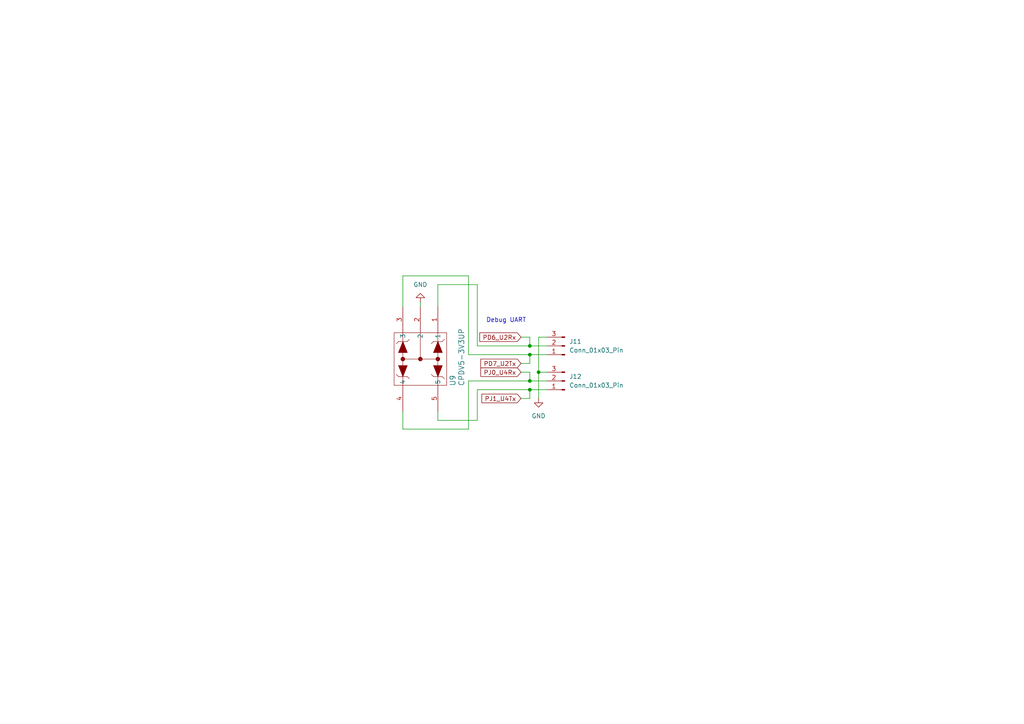
<source format=kicad_sch>
(kicad_sch (version 20250114) (generator "eeschema") (generator_version "9.0")
  (paper "A4")
  (lib_symbols
    (symbol "CPDV5:CPDV5-3V3UP" (pin_names (offset 0.254))
      (property "Reference" "CR" (at 16.51 7.62 0))
      (property "Value" "CPDV5-3V3UP" (at 20.32 5.08 0))
      (symbol "CPDV5-3V3UP_0_1"
        (polyline (pts (xy 7.62 2.54) (xy 7.62 -12.7)) (stroke (width 0.127)))
        (polyline (pts (xy 7.62 0) (xy 22.86 0)) (stroke (width 0.127)))
        (polyline (pts (xy 7.62 -5.08) (xy 15.24 -5.08)) (stroke (width 0.127)))
        (polyline (pts (xy 7.62 -10.16) (xy 22.86 -10.16)) (stroke (width 0.127)))
        (polyline (pts (xy 7.62 -12.7) (xy 22.86 -12.7)) (stroke (width 0.127)))
        (polyline (pts (xy 10.16 1.27) (xy 9.525 1.905)) (stroke (width 0.127)))
        (polyline (pts (xy 10.16 1.27) (xy 10.16 -1.27)) (stroke (width 0.127)))
        (polyline (pts (xy 10.16 0) (xy 13.335 -1.27)) (stroke (width 0.127)))
        (polyline (pts (xy 10.16 0) (xy 13.335 1.27) (xy 13.335 -1.27)) (fill (type outline)))
        (polyline (pts (xy 10.16 -1.27) (xy 10.795 -1.905)) (stroke (width 0.127)))
        (polyline (pts (xy 10.16 -8.89) (xy 9.525 -8.255)) (stroke (width 0.127)))
        (polyline (pts (xy 10.16 -8.89) (xy 10.16 -11.43)) (stroke (width 0.127)))
        (polyline (pts (xy 10.16 -10.16) (xy 13.335 -11.43)) (stroke (width 0.127)))
        (polyline (pts (xy 10.16 -10.16) (xy 13.335 -8.89) (xy 13.335 -11.43)) (fill (type outline)))
        (polyline (pts (xy 10.16 -11.43) (xy 10.795 -12.065)) (stroke (width 0.127)))
        (polyline (pts (xy 13.335 1.27) (xy 10.16 0)) (stroke (width 0.127)))
        (polyline (pts (xy 13.335 1.27) (xy 13.335 -1.27)) (stroke (width 0.127)))
        (polyline (pts (xy 13.335 -8.89) (xy 10.16 -10.16)) (stroke (width 0.127)))
        (polyline (pts (xy 13.335 -8.89) (xy 13.335 -11.43)) (stroke (width 0.127)))
        (polyline (pts (xy 15.24 0) (xy 15.24 -10.16)) (stroke (width 0.127)))
        (circle (center 15.24 0) (radius 0.127) (stroke (width 0.508)))
        (circle (center 15.24 -5.08) (radius 0.127) (stroke (width 0.508)))
        (circle (center 15.24 -10.16) (radius 0.127) (stroke (width 0.508)))
        (polyline (pts (xy 17.145 1.27) (xy 17.145 -1.27)) (stroke (width 0.127)))
        (polyline (pts (xy 17.145 1.27) (xy 20.32 0)) (stroke (width 0.127)))
        (polyline (pts (xy 17.145 -8.89) (xy 17.145 -11.43)) (stroke (width 0.127)))
        (polyline (pts (xy 17.145 -8.89) (xy 20.32 -10.16)) (stroke (width 0.127)))
        (polyline (pts (xy 20.32 1.27) (xy 20.32 -1.27)) (stroke (width 0.127)))
        (polyline (pts (xy 20.32 1.27) (xy 20.955 1.905)) (stroke (width 0.127)))
        (polyline (pts (xy 20.32 0) (xy 17.145 -1.27)) (stroke (width 0.127)))
        (polyline (pts (xy 20.32 0) (xy 17.145 1.27) (xy 17.145 -1.27)) (fill (type outline)))
        (polyline (pts (xy 20.32 -1.27) (xy 19.685 -1.905)) (stroke (width 0.127)))
        (polyline (pts (xy 20.32 -8.89) (xy 20.32 -11.43)) (stroke (width 0.127)))
        (polyline (pts (xy 20.32 -8.89) (xy 20.955 -8.255)) (stroke (width 0.127)))
        (polyline (pts (xy 20.32 -10.16) (xy 17.145 -11.43)) (stroke (width 0.127)))
        (polyline (pts (xy 20.32 -10.16) (xy 17.145 -8.89) (xy 17.145 -11.43)) (fill (type outline)))
        (polyline (pts (xy 20.32 -11.43) (xy 19.685 -12.065)) (stroke (width 0.127)))
        (polyline (pts (xy 22.86 2.54) (xy 7.62 2.54)) (stroke (width 0.127)))
        (polyline (pts (xy 22.86 -12.7) (xy 22.86 2.54)) (stroke (width 0.127)))
        (pin unspecified line (at 0 0 0) (length 7.62) (name "1") (number "1"))
        (pin unspecified line (at 0 -5.08 0) (length 7.62) (name "2") (number "2"))
        (pin unspecified line (at 0 -10.16 0) (length 7.62) (name "3") (number "3"))
        (pin unspecified line (at 30.48 0 180) (length 7.62) (name "5") (number "5"))
        (pin unspecified line (at 30.48 -10.16 180) (length 7.62) (name "4") (number "4"))
      )
    )
    (symbol "Connector:Conn_01x03_Pin" (pin_names (offset 1.016) (hide yes))
      (property "Reference" "J" (at 0 5.08 0))
      (property "Value" "Conn_01x03_Pin" (at 0 -5.08 0))
      (symbol "Conn_01x03_Pin_1_1"
        (rectangle (start 0.8636 2.667) (end 0 2.413) (stroke (width 0.1524)) (fill (type outline)))
        (rectangle (start 0.8636 0.127) (end 0 -0.127) (stroke (width 0.1524)) (fill (type outline)))
        (rectangle (start 0.8636 -2.413) (end 0 -2.667) (stroke (width 0.1524)) (fill (type outline)))
        (polyline (pts (xy 1.27 2.54) (xy 0.8636 2.54)) (stroke (width 0.1524)))
        (polyline (pts (xy 1.27 0) (xy 0.8636 0)) (stroke (width 0.1524)))
        (polyline (pts (xy 1.27 -2.54) (xy 0.8636 -2.54)) (stroke (width 0.1524)))
        (pin passive line (at 5.08 2.54 180) (length 3.81) (name "Pin_1") (number "1"))
        (pin passive line (at 5.08 0 180) (length 3.81) (name "Pin_2") (number "2"))
        (pin passive line (at 5.08 -2.54 180) (length 3.81) (name "Pin_3") (number "3"))
      )
    )
    (symbol "power:GND" (power) (pin_numbers (hide yes)) (pin_names (offset 0) (hide yes))
      (property "Value" "GND" (at 0 -3.81 0))
      (symbol "GND_0_1"
        (polyline (pts (xy 0 0) (xy 0 -1.27) (xy 1.27 -1.27) (xy 0 -2.54) (xy -1.27 -1.27) (xy 0 -1.27)))
      )
      (symbol "GND_1_1"
        (pin power_in line (at 0 0 270) (length 0) (name "~") (number "1"))
      )
    )
  )
  (text "Debug UART" (at 146.812 92.964 0) (effects (font (size 1.27 1.27))))
  (junction (at 153.67 110.49))
  (junction (at 156.21 107.95))
  (junction (at 153.67 113.03))
  (junction (at 153.67 100.33))
  (junction (at 153.67 102.87))
  (wire (pts (xy 153.67 100.33) (xy 158.75 100.33)))
  (wire (pts (xy 153.67 105.41) (xy 153.67 102.87)))
  (wire (pts (xy 153.67 97.79) (xy 153.67 100.33)))
  (wire (pts (xy 153.67 110.49) (xy 135.89 110.49)))
  (wire (pts (xy 153.67 102.87) (xy 135.89 102.87)))
  (wire (pts (xy 138.43 113.03) (xy 138.43 121.92)))
  (wire (pts (xy 156.21 107.95) (xy 156.21 115.57)))
  (wire (pts (xy 138.43 100.33) (xy 153.67 100.33)))
  (wire (pts (xy 138.43 100.33) (xy 138.43 82.55)))
  (wire (pts (xy 153.67 113.03) (xy 158.75 113.03)))
  (wire (pts (xy 121.92 87.63) (xy 121.92 88.9)))
  (wire (pts (xy 153.67 113.03) (xy 153.67 115.57)))
  (wire (pts (xy 153.67 107.95) (xy 153.67 110.49)))
  (wire (pts (xy 151.13 97.79) (xy 153.67 97.79)))
  (wire (pts (xy 156.21 97.79) (xy 156.21 107.95)))
  (wire (pts (xy 127 82.55) (xy 127 88.9)))
  (wire (pts (xy 116.84 124.46) (xy 116.84 119.38)))
  (wire (pts (xy 158.75 110.49) (xy 153.67 110.49)))
  (wire (pts (xy 158.75 107.95) (xy 156.21 107.95)))
  (wire (pts (xy 151.13 115.57) (xy 153.67 115.57)))
  (wire (pts (xy 158.75 102.87) (xy 153.67 102.87)))
  (wire (pts (xy 135.89 102.87) (xy 135.89 80.01)))
  (wire (pts (xy 138.43 113.03) (xy 153.67 113.03)))
  (wire (pts (xy 135.89 110.49) (xy 135.89 124.46)))
  (wire (pts (xy 127 121.92) (xy 127 119.38)))
  (wire (pts (xy 138.43 121.92) (xy 127 121.92)))
  (wire (pts (xy 116.84 80.01) (xy 116.84 88.9)))
  (wire (pts (xy 135.89 80.01) (xy 116.84 80.01)))
  (wire (pts (xy 158.75 97.79) (xy 156.21 97.79)))
  (wire (pts (xy 138.43 82.55) (xy 127 82.55)))
  (wire (pts (xy 151.13 105.41) (xy 153.67 105.41)))
  (wire (pts (xy 151.13 107.95) (xy 153.67 107.95)))
  (wire (pts (xy 135.89 124.46) (xy 116.84 124.46)))
  (global_label "PJ0_U4Rx" (shape input) (at 151.13 107.95 180) (property "Intersheetrefs" "${INTERSHEET_REFS}" (effects (hide yes))))
  (global_label "PJ1_U4Tx" (shape input) (at 151.13 115.57 180) (property "Intersheetrefs" "${INTERSHEET_REFS}" (effects (hide yes))))
  (global_label "PD7_U2Tx" (shape input) (at 151.13 105.41 180) (property "Intersheetrefs" "${INTERSHEET_REFS}" (effects (hide yes))))
  (global_label "PD6_U2Rx" (shape input) (at 151.13 97.79 180) (property "Intersheetrefs" "${INTERSHEET_REFS}" (effects (hide yes))))
  (symbol (lib_id "power:GND") (at 121.92 87.63 180) (unit 1)
    (property "Reference" "#PWR0158" (effects (hide yes)))
    (property "Value" "GND" (at 121.92 82.55 0))
    (property "Description" "Power symbol creates a global label with name \"GND\" , ground" (effects (hide yes)))
  )
  (symbol (lib_id "Connector:Conn_01x03_Pin") (at 163.83 100.33 180) (unit 1)
    (property "Reference" "J11" (at 165.1 99.0599 0) (effects (justify right)))
    (property "Value" "Conn_01x03_Pin" (at 165.1 101.5999 0) (effects (justify right)))
    (property "Description" "Generic connector, single row, 01x03, script generated" (effects (hide yes)))
  )
  (symbol (lib_id "Connector:Conn_01x03_Pin") (at 163.83 110.49 180) (unit 1)
    (property "Reference" "J12" (at 165.1 109.2199 0) (effects (justify right)))
    (property "Value" "Conn_01x03_Pin" (at 165.1 111.7599 0) (effects (justify right)))
    (property "Description" "Generic connector, single row, 01x03, script generated" (effects (hide yes)))
  )
  (symbol (lib_id "power:GND") (at 156.21 115.57 0) (unit 1)
    (property "Reference" "#PWR0157" (effects (hide yes)))
    (property "Value" "GND" (at 156.21 120.65 0))
    (property "Description" "Power symbol creates a global label with name \"GND\" , ground" (effects (hide yes)))
  )
  (symbol (lib_id "CPDV5:CPDV5-3V3UP") (at 127 88.9 270) (unit 1)
    (property "Reference" "U9" (at 131.318 112.014 0) (effects (font (size 1.524 1.524)) (justify right)))
    (property "Value" "CPDV5-3V3UP" (at 133.858 112.014 0) (effects (font (size 1.524 1.524)) (justify right)))
    (property "Footprint" "SOT353_CPDV5_CIP" (effects (hide yes)))
    (property "Datasheet" "CPDV5-3V3UP" (effects (hide yes)))
  )
)
</source>
